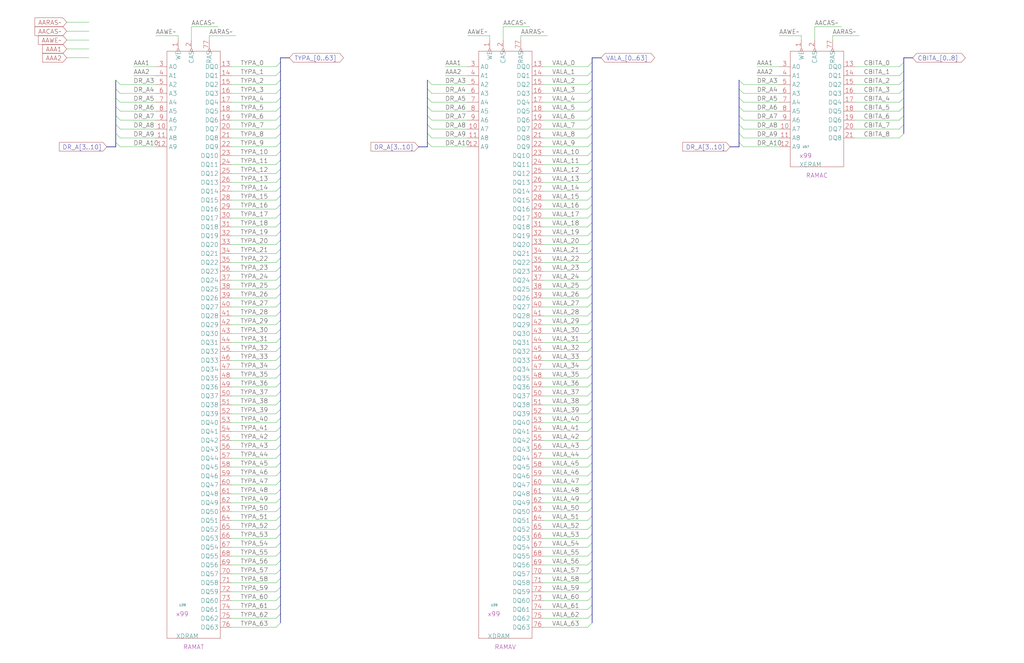
<source format=kicad_sch>
(kicad_sch (version 20221004) (generator eeschema)
  (paper "User" 584.2 378.46)
  (title_block (title "PLANEA DYNAMIC RAMS\\nTYPE BITS 0-31\\nCHECK BITS 0-2") (date "08-MAR-90") (rev "0.0") (comment 1 "MEM32 BOARD") (comment 2 "232-003066") (comment 3 "S400") (comment 4 "RELEASED"))
  (lib_symbols
    (symbol "r1000:XDRAM" (pin_names (offset 1.016))
      (property "Reference" "U" (at 2.54 5.08 0))
      (property "Value" "XDRAM" (at -1.27 -12.7 0))
      (property "Location" "___" (at -1.27 0 0))
      (property "Name" "______" (at 8.89 -20.32 0))
      (symbol "XDRAM_1_1"
        (rectangle (start -6.35 321.31) (end 24.13 -13.97))
        (circle (center 0 321.945) (radius 0.635))
        (circle (center 7.62 321.945) (radius 0.635))
        (circle (center 17.78 321.945) (radius 0.635))
        (pin input line (at 0 327.66 270) (length 5.08) (name "WE") (number "1"))
        (pin input line (at -12.7 276.86 0) (length 6.35) (name "A7") (number "10"))
        (pin input line (at -12.7 271.78 0) (length 6.35) (name "A8") (number "11"))
        (pin input line (at -12.7 266.7 0) (length 6.35) (name "A9") (number "12"))
        (pin bidirectional line (at 30.48 312.42 180) (length 6.35) (name "DQ0") (number "13"))
        (pin bidirectional line (at 30.48 307.34 180) (length 6.35) (name "DQ1") (number "14"))
        (pin bidirectional line (at 30.48 302.26 180) (length 6.35) (name "DQ2") (number "15"))
        (pin bidirectional line (at 30.48 297.18 180) (length 6.35) (name "DQ3") (number "16"))
        (pin bidirectional line (at 30.48 292.1 180) (length 6.35) (name "DQ4") (number "17"))
        (pin bidirectional line (at 30.48 287.02 180) (length 6.35) (name "DQ5") (number "18"))
        (pin bidirectional line (at 30.48 281.94 180) (length 6.35) (name "DQ6") (number "19"))
        (pin input line (at 7.62 327.66 270) (length 5.08) (name "CAS") (number "2"))
        (pin bidirectional line (at 30.48 276.86 180) (length 6.35) (name "DQ7") (number "20"))
        (pin bidirectional line (at 30.48 271.78 180) (length 6.35) (name "DQ8") (number "21"))
        (pin bidirectional line (at 30.48 266.7 180) (length 6.35) (name "DQ9") (number "22"))
        (pin bidirectional line (at 30.48 261.62 180) (length 6.35) (name "DQ10") (number "23"))
        (pin bidirectional line (at 30.48 256.54 180) (length 6.35) (name "DQ11") (number "24"))
        (pin bidirectional line (at 30.48 251.46 180) (length 6.35) (name "DQ12") (number "25"))
        (pin bidirectional line (at 30.48 246.38 180) (length 6.35) (name "DQ13") (number "26"))
        (pin bidirectional line (at 30.48 241.3 180) (length 6.35) (name "DQ14") (number "27"))
        (pin bidirectional line (at 30.48 236.22 180) (length 6.35) (name "DQ15") (number "28"))
        (pin bidirectional line (at 30.48 231.14 180) (length 6.35) (name "DQ16") (number "29"))
        (pin input line (at -12.7 312.42 0) (length 6.35) (name "A0") (number "3"))
        (pin bidirectional line (at 30.48 226.06 180) (length 6.35) (name "DQ17") (number "30"))
        (pin bidirectional line (at 30.48 220.98 180) (length 6.35) (name "DQ18") (number "31"))
        (pin bidirectional line (at 30.48 215.9 180) (length 6.35) (name "DQ19") (number "32"))
        (pin bidirectional line (at 30.48 210.82 180) (length 6.35) (name "DQ20") (number "33"))
        (pin bidirectional line (at 30.48 205.74 180) (length 6.35) (name "DQ21") (number "34"))
        (pin bidirectional line (at 30.48 200.66 180) (length 6.35) (name "DQ22") (number "35"))
        (pin bidirectional line (at 30.48 195.58 180) (length 6.35) (name "DQ23") (number "36"))
        (pin bidirectional line (at 30.48 190.5 180) (length 6.35) (name "DQ24") (number "37"))
        (pin bidirectional line (at 30.48 185.42 180) (length 6.35) (name "DQ25") (number "38"))
        (pin bidirectional line (at 30.48 180.34 180) (length 6.35) (name "DQ26") (number "39"))
        (pin input line (at -12.7 307.34 0) (length 6.35) (name "A1") (number "4"))
        (pin bidirectional line (at 30.48 175.26 180) (length 6.35) (name "DQ27") (number "40"))
        (pin bidirectional line (at 30.48 170.18 180) (length 6.35) (name "DQ28") (number "41"))
        (pin bidirectional line (at 30.48 165.1 180) (length 6.35) (name "DQ29") (number "42"))
        (pin bidirectional line (at 30.48 160.02 180) (length 6.35) (name "DQ30") (number "43"))
        (pin bidirectional line (at 30.48 154.94 180) (length 6.35) (name "DQ31") (number "44"))
        (pin bidirectional line (at 30.48 149.86 180) (length 6.35) (name "DQ32") (number "45"))
        (pin bidirectional line (at 30.48 144.78 180) (length 6.35) (name "DQ33") (number "46"))
        (pin bidirectional line (at 30.48 139.7 180) (length 6.35) (name "DQ34") (number "47"))
        (pin bidirectional line (at 30.48 134.62 180) (length 6.35) (name "DQ35") (number "48"))
        (pin bidirectional line (at 30.48 129.54 180) (length 6.35) (name "DQ36") (number "49"))
        (pin input line (at -12.7 302.26 0) (length 6.35) (name "A2") (number "5"))
        (pin bidirectional line (at 30.48 124.46 180) (length 6.35) (name "DQ37") (number "50"))
        (pin bidirectional line (at 30.48 119.38 180) (length 6.35) (name "DQ38") (number "51"))
        (pin bidirectional line (at 30.48 114.3 180) (length 6.35) (name "DQ39") (number "52"))
        (pin bidirectional line (at 30.48 109.22 180) (length 6.35) (name "DQ40") (number "53"))
        (pin bidirectional line (at 30.48 104.14 180) (length 6.35) (name "DQ41") (number "54"))
        (pin bidirectional line (at 30.48 99.06 180) (length 6.35) (name "DQ42") (number "55"))
        (pin bidirectional line (at 30.48 93.98 180) (length 6.35) (name "DQ43") (number "56"))
        (pin bidirectional line (at 30.48 88.9 180) (length 6.35) (name "DQ44") (number "57"))
        (pin bidirectional line (at 30.48 83.82 180) (length 6.35) (name "DQ45") (number "58"))
        (pin bidirectional line (at 30.48 78.74 180) (length 6.35) (name "DQ46") (number "59"))
        (pin input line (at -12.7 297.18 0) (length 6.35) (name "A3") (number "6"))
        (pin bidirectional line (at 30.48 73.66 180) (length 6.35) (name "DQ47") (number "60"))
        (pin bidirectional line (at 30.48 68.58 180) (length 6.35) (name "DQ48") (number "61"))
        (pin bidirectional line (at 30.48 63.5 180) (length 6.35) (name "DQ49") (number "62"))
        (pin bidirectional line (at 30.48 58.42 180) (length 6.35) (name "DQ50") (number "63"))
        (pin bidirectional line (at 30.48 53.34 180) (length 6.35) (name "DQ51") (number "64"))
        (pin bidirectional line (at 30.48 48.26 180) (length 6.35) (name "DQ52") (number "65"))
        (pin bidirectional line (at 30.48 43.18 180) (length 6.35) (name "DQ53") (number "66"))
        (pin bidirectional line (at 30.48 38.1 180) (length 6.35) (name "DQ54") (number "67"))
        (pin bidirectional line (at 30.48 33.02 180) (length 6.35) (name "DQ55") (number "68"))
        (pin bidirectional line (at 30.48 27.94 180) (length 6.35) (name "DQ56") (number "69"))
        (pin input line (at -12.7 292.1 0) (length 6.35) (name "A4") (number "7"))
        (pin bidirectional line (at 30.48 22.86 180) (length 6.35) (name "DQ57") (number "70"))
        (pin bidirectional line (at 30.48 17.78 180) (length 6.35) (name "DQ58") (number "71"))
        (pin bidirectional line (at 30.48 12.7 180) (length 6.35) (name "DQ59") (number "72"))
        (pin bidirectional line (at 30.48 7.62 180) (length 6.35) (name "DQ60") (number "73"))
        (pin bidirectional line (at 30.48 2.54 180) (length 6.35) (name "DQ61") (number "74"))
        (pin bidirectional line (at 30.48 -2.54 180) (length 6.35) (name "DQ62") (number "75"))
        (pin bidirectional line (at 30.48 -7.62 180) (length 6.35) (name "DQ63") (number "76"))
        (pin input line (at 17.78 327.66 270) (length 5.08) (name "RAS") (number "77"))
        (pin input line (at -12.7 287.02 0) (length 6.35) (name "A5") (number "8"))
        (pin input line (at -12.7 281.94 0) (length 6.35) (name "A6") (number "9"))
      )
    )
    (symbol "r1000:XERAM" (pin_names (offset 1.016))
      (property "Reference" "U" (at 2.54 5.08 0))
      (property "Value" "XERAM" (at -1.27 -5.08 0))
      (property "Location" "___" (at -1.27 0 0))
      (property "Name" "______" (at 8.89 -12.7 0))
      (symbol "XERAM_1_1"
        (rectangle (start -6.35 59.69) (end 24.13 -6.35))
        (circle (center 0 60.325) (radius 0.635))
        (circle (center 7.62 60.325) (radius 0.635))
        (circle (center 17.78 60.325) (radius 0.635))
        (pin input line (at 0 66.04 270) (length 5.08) (name "WE") (number "1"))
        (pin input line (at -12.7 15.24 0) (length 6.35) (name "A7") (number "10"))
        (pin input line (at -12.7 10.16 0) (length 6.35) (name "A8") (number "11"))
        (pin input line (at -12.7 5.08 0) (length 6.35) (name "A9") (number "12"))
        (pin bidirectional line (at 30.48 50.8 180) (length 6.35) (name "DQ0") (number "13"))
        (pin bidirectional line (at 30.48 45.72 180) (length 6.35) (name "DQ1") (number "14"))
        (pin bidirectional line (at 30.48 40.64 180) (length 6.35) (name "DQ2") (number "15"))
        (pin bidirectional line (at 30.48 35.56 180) (length 6.35) (name "DQ3") (number "16"))
        (pin bidirectional line (at 30.48 30.48 180) (length 6.35) (name "DQ4") (number "17"))
        (pin bidirectional line (at 30.48 25.4 180) (length 6.35) (name "DQ5") (number "18"))
        (pin bidirectional line (at 30.48 20.32 180) (length 6.35) (name "DQ6") (number "19"))
        (pin input line (at 7.62 66.04 270) (length 5.08) (name "CAS") (number "2"))
        (pin bidirectional line (at 30.48 15.24 180) (length 6.35) (name "DQ7") (number "20"))
        (pin bidirectional line (at 30.48 10.16 180) (length 6.35) (name "DQ8") (number "21"))
        (pin input line (at -12.7 50.8 0) (length 6.35) (name "A0") (number "3"))
        (pin input line (at -12.7 45.72 0) (length 6.35) (name "A1") (number "4"))
        (pin input line (at -12.7 40.64 0) (length 6.35) (name "A2") (number "5"))
        (pin input line (at -12.7 35.56 0) (length 6.35) (name "A3") (number "6"))
        (pin input line (at -12.7 30.48 0) (length 6.35) (name "A4") (number "7"))
        (pin input line (at 17.78 66.04 270) (length 5.08) (name "RAS") (number "77"))
        (pin input line (at -12.7 25.4 0) (length 6.35) (name "A5") (number "8"))
        (pin input line (at -12.7 20.32 0) (length 6.35) (name "A6") (number "9"))
      )
    )
  )
  (bus_entry (at 337.82 137.16) (size -2.54 2.54))
  (bus_entry (at 160.02 127) (size -2.54 2.54))
  (bus_entry (at 337.82 304.8) (size -2.54 2.54))
  (bus_entry (at 337.82 284.48) (size -2.54 2.54))
  (bus_entry (at 337.82 177.8) (size -2.54 2.54))
  (bus_entry (at 160.02 45.72) (size -2.54 2.54))
  (bus_entry (at 160.02 193.04) (size -2.54 2.54))
  (bus_entry (at 160.02 325.12) (size -2.54 2.54))
  (bus_entry (at 337.82 218.44) (size -2.54 2.54))
  (bus_entry (at 243.84 71.12) (size 2.54 2.54))
  (bus_entry (at 243.84 50.8) (size 2.54 2.54))
  (bus_entry (at 160.02 228.6) (size -2.54 2.54))
  (bus_entry (at 160.02 289.56) (size -2.54 2.54))
  (bus_entry (at 160.02 299.72) (size -2.54 2.54))
  (bus_entry (at 337.82 223.52) (size -2.54 2.54))
  (bus_entry (at 160.02 294.64) (size -2.54 2.54))
  (bus_entry (at 337.82 198.12) (size -2.54 2.54))
  (bus_entry (at 160.02 60.96) (size -2.54 2.54))
  (bus_entry (at 337.82 157.48) (size -2.54 2.54))
  (bus_entry (at 337.82 320.04) (size -2.54 2.54))
  (bus_entry (at 337.82 340.36) (size -2.54 2.54))
  (bus_entry (at 337.82 142.24) (size -2.54 2.54))
  (bus_entry (at 337.82 71.12) (size -2.54 2.54))
  (bus_entry (at 337.82 193.04) (size -2.54 2.54))
  (bus_entry (at 337.82 314.96) (size -2.54 2.54))
  (bus_entry (at 337.82 187.96) (size -2.54 2.54))
  (bus_entry (at 337.82 86.36) (size -2.54 2.54))
  (bus_entry (at 160.02 182.88) (size -2.54 2.54))
  (bus_entry (at 421.64 50.8) (size 2.54 2.54))
  (bus_entry (at 160.02 355.6) (size -2.54 2.54))
  (bus_entry (at 337.82 248.92) (size -2.54 2.54))
  (bus_entry (at 515.62 66.04) (size -2.54 2.54))
  (bus_entry (at 160.02 96.52) (size -2.54 2.54))
  (bus_entry (at 160.02 152.4) (size -2.54 2.54))
  (bus_entry (at 160.02 233.68) (size -2.54 2.54))
  (bus_entry (at 337.82 203.2) (size -2.54 2.54))
  (bus_entry (at 337.82 116.84) (size -2.54 2.54))
  (bus_entry (at 66.04 81.28) (size 2.54 2.54))
  (bus_entry (at 160.02 71.12) (size -2.54 2.54))
  (bus_entry (at 337.82 269.24) (size -2.54 2.54))
  (bus_entry (at 337.82 55.88) (size -2.54 2.54))
  (bus_entry (at 421.64 66.04) (size 2.54 2.54))
  (bus_entry (at 160.02 40.64) (size -2.54 2.54))
  (bus_entry (at 160.02 279.4) (size -2.54 2.54))
  (bus_entry (at 160.02 284.48) (size -2.54 2.54))
  (bus_entry (at 160.02 350.52) (size -2.54 2.54))
  (bus_entry (at 337.82 45.72) (size -2.54 2.54))
  (bus_entry (at 337.82 274.32) (size -2.54 2.54))
  (bus_entry (at 421.64 71.12) (size 2.54 2.54))
  (bus_entry (at 337.82 66.04) (size -2.54 2.54))
  (bus_entry (at 160.02 335.28) (size -2.54 2.54))
  (bus_entry (at 337.82 279.4) (size -2.54 2.54))
  (bus_entry (at 337.82 101.6) (size -2.54 2.54))
  (bus_entry (at 160.02 55.88) (size -2.54 2.54))
  (bus_entry (at 160.02 111.76) (size -2.54 2.54))
  (bus_entry (at 160.02 309.88) (size -2.54 2.54))
  (bus_entry (at 515.62 50.8) (size -2.54 2.54))
  (bus_entry (at 160.02 132.08) (size -2.54 2.54))
  (bus_entry (at 160.02 238.76) (size -2.54 2.54))
  (bus_entry (at 421.64 45.72) (size 2.54 2.54))
  (bus_entry (at 160.02 162.56) (size -2.54 2.54))
  (bus_entry (at 337.82 96.52) (size -2.54 2.54))
  (bus_entry (at 160.02 203.2) (size -2.54 2.54))
  (bus_entry (at 515.62 45.72) (size -2.54 2.54))
  (bus_entry (at 243.84 55.88) (size 2.54 2.54))
  (bus_entry (at 337.82 335.28) (size -2.54 2.54))
  (bus_entry (at 160.02 116.84) (size -2.54 2.54))
  (bus_entry (at 337.82 76.2) (size -2.54 2.54))
  (bus_entry (at 337.82 208.28) (size -2.54 2.54))
  (bus_entry (at 243.84 76.2) (size 2.54 2.54))
  (bus_entry (at 337.82 264.16) (size -2.54 2.54))
  (bus_entry (at 160.02 91.44) (size -2.54 2.54))
  (bus_entry (at 160.02 264.16) (size -2.54 2.54))
  (bus_entry (at 160.02 172.72) (size -2.54 2.54))
  (bus_entry (at 160.02 213.36) (size -2.54 2.54))
  (bus_entry (at 160.02 157.48) (size -2.54 2.54))
  (bus_entry (at 337.82 238.76) (size -2.54 2.54))
  (bus_entry (at 160.02 177.8) (size -2.54 2.54))
  (bus_entry (at 337.82 60.96) (size -2.54 2.54))
  (bus_entry (at 66.04 60.96) (size 2.54 2.54))
  (bus_entry (at 66.04 71.12) (size 2.54 2.54))
  (bus_entry (at 160.02 259.08) (size -2.54 2.54))
  (bus_entry (at 337.82 132.08) (size -2.54 2.54))
  (bus_entry (at 337.82 254) (size -2.54 2.54))
  (bus_entry (at 160.02 81.28) (size -2.54 2.54))
  (bus_entry (at 337.82 172.72) (size -2.54 2.54))
  (bus_entry (at 515.62 55.88) (size -2.54 2.54))
  (bus_entry (at 337.82 167.64) (size -2.54 2.54))
  (bus_entry (at 421.64 81.28) (size 2.54 2.54))
  (bus_entry (at 337.82 106.68) (size -2.54 2.54))
  (bus_entry (at 160.02 101.6) (size -2.54 2.54))
  (bus_entry (at 160.02 86.36) (size -2.54 2.54))
  (bus_entry (at 160.02 167.64) (size -2.54 2.54))
  (bus_entry (at 66.04 50.8) (size 2.54 2.54))
  (bus_entry (at 337.82 152.4) (size -2.54 2.54))
  (bus_entry (at 337.82 35.56) (size -2.54 2.54))
  (bus_entry (at 337.82 213.36) (size -2.54 2.54))
  (bus_entry (at 66.04 45.72) (size 2.54 2.54))
  (bus_entry (at 160.02 345.44) (size -2.54 2.54))
  (bus_entry (at 337.82 243.84) (size -2.54 2.54))
  (bus_entry (at 421.64 76.2) (size 2.54 2.54))
  (bus_entry (at 421.64 60.96) (size 2.54 2.54))
  (bus_entry (at 160.02 218.44) (size -2.54 2.54))
  (bus_entry (at 160.02 66.04) (size -2.54 2.54))
  (bus_entry (at 160.02 137.16) (size -2.54 2.54))
  (bus_entry (at 337.82 127) (size -2.54 2.54))
  (bus_entry (at 243.84 66.04) (size 2.54 2.54))
  (bus_entry (at 66.04 66.04) (size 2.54 2.54))
  (bus_entry (at 160.02 340.36) (size -2.54 2.54))
  (bus_entry (at 337.82 147.32) (size -2.54 2.54))
  (bus_entry (at 243.84 60.96) (size 2.54 2.54))
  (bus_entry (at 243.84 81.28) (size 2.54 2.54))
  (bus_entry (at 515.62 60.96) (size -2.54 2.54))
  (bus_entry (at 337.82 162.56) (size -2.54 2.54))
  (bus_entry (at 337.82 355.6) (size -2.54 2.54))
  (bus_entry (at 160.02 223.52) (size -2.54 2.54))
  (bus_entry (at 160.02 248.92) (size -2.54 2.54))
  (bus_entry (at 337.82 345.44) (size -2.54 2.54))
  (bus_entry (at 337.82 111.76) (size -2.54 2.54))
  (bus_entry (at 160.02 330.2) (size -2.54 2.54))
  (bus_entry (at 160.02 187.96) (size -2.54 2.54))
  (bus_entry (at 160.02 314.96) (size -2.54 2.54))
  (bus_entry (at 337.82 233.68) (size -2.54 2.54))
  (bus_entry (at 160.02 35.56) (size -2.54 2.54))
  (bus_entry (at 160.02 269.24) (size -2.54 2.54))
  (bus_entry (at 337.82 299.72) (size -2.54 2.54))
  (bus_entry (at 337.82 91.44) (size -2.54 2.54))
  (bus_entry (at 160.02 304.8) (size -2.54 2.54))
  (bus_entry (at 160.02 243.84) (size -2.54 2.54))
  (bus_entry (at 337.82 228.6) (size -2.54 2.54))
  (bus_entry (at 515.62 76.2) (size -2.54 2.54))
  (bus_entry (at 160.02 142.24) (size -2.54 2.54))
  (bus_entry (at 515.62 35.56) (size -2.54 2.54))
  (bus_entry (at 337.82 40.64) (size -2.54 2.54))
  (bus_entry (at 160.02 198.12) (size -2.54 2.54))
  (bus_entry (at 421.64 55.88) (size 2.54 2.54))
  (bus_entry (at 66.04 76.2) (size 2.54 2.54))
  (bus_entry (at 515.62 40.64) (size -2.54 2.54))
  (bus_entry (at 515.62 71.12) (size -2.54 2.54))
  (bus_entry (at 337.82 182.88) (size -2.54 2.54))
  (bus_entry (at 160.02 106.68) (size -2.54 2.54))
  (bus_entry (at 160.02 254) (size -2.54 2.54))
  (bus_entry (at 160.02 147.32) (size -2.54 2.54))
  (bus_entry (at 160.02 208.28) (size -2.54 2.54))
  (bus_entry (at 160.02 320.04) (size -2.54 2.54))
  (bus_entry (at 337.82 289.56) (size -2.54 2.54))
  (bus_entry (at 160.02 50.8) (size -2.54 2.54))
  (bus_entry (at 160.02 76.2) (size -2.54 2.54))
  (bus_entry (at 337.82 309.88) (size -2.54 2.54))
  (bus_entry (at 337.82 294.64) (size -2.54 2.54))
  (bus_entry (at 337.82 330.2) (size -2.54 2.54))
  (bus_entry (at 337.82 50.8) (size -2.54 2.54))
  (bus_entry (at 337.82 259.08) (size -2.54 2.54))
  (bus_entry (at 337.82 325.12) (size -2.54 2.54))
  (bus_entry (at 337.82 121.92) (size -2.54 2.54))
  (bus_entry (at 337.82 81.28) (size -2.54 2.54))
  (bus_entry (at 337.82 350.52) (size -2.54 2.54))
  (bus_entry (at 160.02 274.32) (size -2.54 2.54))
  (bus_entry (at 243.84 45.72) (size 2.54 2.54))
  (bus_entry (at 160.02 121.92) (size -2.54 2.54))
  (bus_entry (at 66.04 55.88) (size 2.54 2.54))
  (wire (pts (xy 309.88 88.9) (xy 335.28 88.9)))
  (wire (pts (xy 132.08 215.9) (xy 157.48 215.9)))
  (wire (pts (xy 132.08 327.66) (xy 157.48 327.66)))
  (wire (pts (xy 246.38 68.58) (xy 266.7 68.58)))
  (bus (pts (xy 160.02 304.8) (xy 160.02 309.88)))
  (bus (pts (xy 243.84 45.72) (xy 243.84 50.8)))
  (wire (pts (xy 309.88 302.26) (xy 335.28 302.26)))
  (wire (pts (xy 132.08 210.82) (xy 157.48 210.82)))
  (wire (pts (xy 309.88 205.74) (xy 335.28 205.74)))
  (bus (pts (xy 337.82 264.16) (xy 337.82 269.24)))
  (wire (pts (xy 309.88 297.18) (xy 335.28 297.18)))
  (bus (pts (xy 160.02 289.56) (xy 160.02 294.64)))
  (wire (pts (xy 132.08 43.18) (xy 157.48 43.18)))
  (wire (pts (xy 424.18 58.42) (xy 444.5 58.42)))
  (wire (pts (xy 309.88 332.74) (xy 335.28 332.74)))
  (wire (pts (xy 309.88 353.06) (xy 335.28 353.06)))
  (bus (pts (xy 337.82 223.52) (xy 337.82 228.6)))
  (wire (pts (xy 309.88 154.94) (xy 335.28 154.94)))
  (bus (pts (xy 160.02 264.16) (xy 160.02 269.24)))
  (wire (pts (xy 38.1 22.86) (xy 50.8 22.86)))
  (wire (pts (xy 132.08 165.1) (xy 157.48 165.1)))
  (bus (pts (xy 160.02 228.6) (xy 160.02 233.68)))
  (bus (pts (xy 66.04 76.2) (xy 66.04 81.28)))
  (wire (pts (xy 132.08 53.34) (xy 157.48 53.34)))
  (wire (pts (xy 132.08 185.42) (xy 157.48 185.42)))
  (wire (pts (xy 132.08 124.46) (xy 157.48 124.46)))
  (bus (pts (xy 160.02 76.2) (xy 160.02 81.28)))
  (wire (pts (xy 132.08 99.06) (xy 157.48 99.06)))
  (wire (pts (xy 487.68 43.18) (xy 513.08 43.18)))
  (wire (pts (xy 132.08 160.02) (xy 157.48 160.02)))
  (wire (pts (xy 487.68 63.5) (xy 513.08 63.5)))
  (bus (pts (xy 337.82 259.08) (xy 337.82 264.16)))
  (bus (pts (xy 337.82 157.48) (xy 337.82 162.56)))
  (wire (pts (xy 68.58 58.42) (xy 88.9 58.42)))
  (bus (pts (xy 160.02 299.72) (xy 160.02 304.8)))
  (bus (pts (xy 243.84 71.12) (xy 243.84 76.2)))
  (wire (pts (xy 309.88 215.9) (xy 335.28 215.9)))
  (bus (pts (xy 337.82 33.02) (xy 337.82 35.56)))
  (wire (pts (xy 309.88 337.82) (xy 335.28 337.82)))
  (wire (pts (xy 132.08 58.42) (xy 157.48 58.42)))
  (bus (pts (xy 160.02 45.72) (xy 160.02 50.8)))
  (bus (pts (xy 160.02 238.76) (xy 160.02 243.84)))
  (bus (pts (xy 337.82 279.4) (xy 337.82 284.48)))
  (bus (pts (xy 160.02 147.32) (xy 160.02 152.4)))
  (bus (pts (xy 66.04 45.72) (xy 66.04 50.8)))
  (wire (pts (xy 309.88 99.06) (xy 335.28 99.06)))
  (wire (pts (xy 132.08 83.82) (xy 157.48 83.82)))
  (bus (pts (xy 337.82 55.88) (xy 337.82 60.96)))
  (bus (pts (xy 160.02 335.28) (xy 160.02 340.36)))
  (wire (pts (xy 132.08 220.98) (xy 157.48 220.98)))
  (wire (pts (xy 132.08 38.1) (xy 157.48 38.1)))
  (bus (pts (xy 337.82 289.56) (xy 337.82 294.64)))
  (bus (pts (xy 160.02 248.92) (xy 160.02 254)))
  (wire (pts (xy 480.06 15.24) (xy 464.82 15.24)))
  (wire (pts (xy 309.88 144.78) (xy 335.28 144.78)))
  (wire (pts (xy 309.88 266.7) (xy 335.28 266.7)))
  (bus (pts (xy 66.04 83.82) (xy 66.04 81.28)))
  (wire (pts (xy 309.88 358.14) (xy 335.28 358.14)))
  (wire (pts (xy 132.08 287.02) (xy 157.48 287.02)))
  (wire (pts (xy 38.1 33.02) (xy 50.8 33.02)))
  (wire (pts (xy 132.08 322.58) (xy 157.48 322.58)))
  (wire (pts (xy 132.08 292.1) (xy 157.48 292.1)))
  (wire (pts (xy 431.8 43.18) (xy 444.5 43.18)))
  (wire (pts (xy 309.88 226.06) (xy 335.28 226.06)))
  (wire (pts (xy 309.88 160.02) (xy 335.28 160.02)))
  (wire (pts (xy 68.58 78.74) (xy 88.9 78.74)))
  (bus (pts (xy 515.62 40.64) (xy 515.62 45.72)))
  (bus (pts (xy 160.02 132.08) (xy 160.02 137.16)))
  (wire (pts (xy 132.08 154.94) (xy 157.48 154.94)))
  (wire (pts (xy 309.88 327.66) (xy 335.28 327.66)))
  (bus (pts (xy 160.02 142.24) (xy 160.02 147.32)))
  (wire (pts (xy 132.08 170.18) (xy 157.48 170.18)))
  (wire (pts (xy 132.08 205.74) (xy 157.48 205.74)))
  (bus (pts (xy 337.82 345.44) (xy 337.82 350.52)))
  (bus (pts (xy 160.02 294.64) (xy 160.02 299.72)))
  (wire (pts (xy 132.08 256.54) (xy 157.48 256.54)))
  (wire (pts (xy 309.88 271.78) (xy 335.28 271.78)))
  (wire (pts (xy 132.08 312.42) (xy 157.48 312.42)))
  (wire (pts (xy 309.88 114.3) (xy 335.28 114.3)))
  (bus (pts (xy 66.04 60.96) (xy 66.04 66.04)))
  (wire (pts (xy 309.88 63.5) (xy 335.28 63.5)))
  (wire (pts (xy 312.42 20.32) (xy 297.18 20.32)))
  (bus (pts (xy 337.82 66.04) (xy 337.82 71.12)))
  (bus (pts (xy 160.02 137.16) (xy 160.02 142.24)))
  (bus (pts (xy 160.02 269.24) (xy 160.02 274.32)))
  (wire (pts (xy 132.08 231.14) (xy 157.48 231.14)))
  (bus (pts (xy 160.02 177.8) (xy 160.02 182.88)))
  (bus (pts (xy 160.02 314.96) (xy 160.02 320.04)))
  (wire (pts (xy 132.08 200.66) (xy 157.48 200.66)))
  (bus (pts (xy 160.02 213.36) (xy 160.02 218.44)))
  (wire (pts (xy 132.08 276.86) (xy 157.48 276.86)))
  (wire (pts (xy 297.18 20.32) (xy 297.18 22.86)))
  (bus (pts (xy 337.82 121.92) (xy 337.82 127)))
  (bus (pts (xy 160.02 345.44) (xy 160.02 350.52)))
  (wire (pts (xy 132.08 332.74) (xy 157.48 332.74)))
  (bus (pts (xy 66.04 71.12) (xy 66.04 76.2)))
  (wire (pts (xy 132.08 73.66) (xy 157.48 73.66)))
  (bus (pts (xy 337.82 284.48) (xy 337.82 289.56)))
  (wire (pts (xy 279.4 20.32) (xy 279.4 22.86)))
  (wire (pts (xy 132.08 119.38) (xy 157.48 119.38)))
  (wire (pts (xy 302.26 15.24) (xy 287.02 15.24)))
  (wire (pts (xy 76.2 43.18) (xy 88.9 43.18)))
  (wire (pts (xy 309.88 134.62) (xy 335.28 134.62)))
  (bus (pts (xy 337.82 96.52) (xy 337.82 101.6)))
  (wire (pts (xy 309.88 281.94) (xy 335.28 281.94)))
  (bus (pts (xy 337.82 335.28) (xy 337.82 340.36)))
  (wire (pts (xy 309.88 307.34) (xy 335.28 307.34)))
  (wire (pts (xy 132.08 175.26) (xy 157.48 175.26)))
  (wire (pts (xy 68.58 63.5) (xy 88.9 63.5)))
  (bus (pts (xy 160.02 91.44) (xy 160.02 96.52)))
  (bus (pts (xy 160.02 330.2) (xy 160.02 335.28)))
  (wire (pts (xy 309.88 261.62) (xy 335.28 261.62)))
  (bus (pts (xy 160.02 101.6) (xy 160.02 106.68)))
  (bus (pts (xy 337.82 350.52) (xy 337.82 355.6)))
  (bus (pts (xy 165.1 33.02) (xy 160.02 33.02)))
  (bus (pts (xy 160.02 66.04) (xy 160.02 71.12)))
  (wire (pts (xy 444.5 20.32) (xy 457.2 20.32)))
  (wire (pts (xy 132.08 144.78) (xy 157.48 144.78)))
  (wire (pts (xy 246.38 63.5) (xy 266.7 63.5)))
  (wire (pts (xy 309.88 165.1) (xy 335.28 165.1)))
  (bus (pts (xy 243.84 66.04) (xy 243.84 71.12)))
  (bus (pts (xy 337.82 91.44) (xy 337.82 96.52)))
  (bus (pts (xy 66.04 55.88) (xy 66.04 60.96)))
  (bus (pts (xy 337.82 330.2) (xy 337.82 335.28)))
  (wire (pts (xy 487.68 48.26) (xy 513.08 48.26)))
  (bus (pts (xy 160.02 350.52) (xy 160.02 355.6)))
  (bus (pts (xy 337.82 127) (xy 337.82 132.08)))
  (bus (pts (xy 66.04 50.8) (xy 66.04 55.88)))
  (bus (pts (xy 160.02 259.08) (xy 160.02 264.16)))
  (wire (pts (xy 132.08 236.22) (xy 157.48 236.22)))
  (bus (pts (xy 337.82 248.92) (xy 337.82 254)))
  (wire (pts (xy 309.88 48.26) (xy 335.28 48.26)))
  (bus (pts (xy 337.82 309.88) (xy 337.82 314.96)))
  (bus (pts (xy 337.82 167.64) (xy 337.82 172.72)))
  (bus (pts (xy 160.02 182.88) (xy 160.02 187.96)))
  (wire (pts (xy 246.38 53.34) (xy 266.7 53.34)))
  (bus (pts (xy 515.62 50.8) (xy 515.62 55.88)))
  (bus (pts (xy 337.82 187.96) (xy 337.82 193.04)))
  (bus (pts (xy 160.02 116.84) (xy 160.02 121.92)))
  (bus (pts (xy 160.02 279.4) (xy 160.02 284.48)))
  (bus (pts (xy 337.82 50.8) (xy 337.82 55.88)))
  (wire (pts (xy 132.08 281.94) (xy 157.48 281.94)))
  (bus (pts (xy 337.82 152.4) (xy 337.82 157.48)))
  (wire (pts (xy 309.88 292.1) (xy 335.28 292.1)))
  (bus (pts (xy 160.02 203.2) (xy 160.02 208.28)))
  (wire (pts (xy 309.88 195.58) (xy 335.28 195.58)))
  (bus (pts (xy 337.82 40.64) (xy 337.82 45.72)))
  (wire (pts (xy 309.88 231.14) (xy 335.28 231.14)))
  (wire (pts (xy 487.68 58.42) (xy 513.08 58.42)))
  (wire (pts (xy 132.08 180.34) (xy 157.48 180.34)))
  (wire (pts (xy 132.08 317.5) (xy 157.48 317.5)))
  (bus (pts (xy 337.82 137.16) (xy 337.82 142.24)))
  (wire (pts (xy 309.88 43.18) (xy 335.28 43.18)))
  (wire (pts (xy 132.08 342.9) (xy 157.48 342.9)))
  (bus (pts (xy 160.02 233.68) (xy 160.02 238.76)))
  (bus (pts (xy 337.82 45.72) (xy 337.82 50.8)))
  (bus (pts (xy 160.02 35.56) (xy 160.02 40.64)))
  (bus (pts (xy 160.02 208.28) (xy 160.02 213.36)))
  (wire (pts (xy 287.02 15.24) (xy 287.02 22.86)))
  (wire (pts (xy 424.18 48.26) (xy 444.5 48.26)))
  (wire (pts (xy 254 43.18) (xy 266.7 43.18)))
  (bus (pts (xy 160.02 111.76) (xy 160.02 116.84)))
  (bus (pts (xy 160.02 167.64) (xy 160.02 172.72)))
  (wire (pts (xy 88.9 20.32) (xy 101.6 20.32)))
  (wire (pts (xy 487.68 68.58) (xy 513.08 68.58)))
  (bus (pts (xy 243.84 55.88) (xy 243.84 60.96)))
  (bus (pts (xy 515.62 35.56) (xy 515.62 40.64)))
  (wire (pts (xy 464.82 15.24) (xy 464.82 22.86)))
  (bus (pts (xy 160.02 86.36) (xy 160.02 91.44)))
  (bus (pts (xy 421.64 55.88) (xy 421.64 60.96)))
  (wire (pts (xy 309.88 276.86) (xy 335.28 276.86)))
  (wire (pts (xy 490.22 20.32) (xy 474.98 20.32)))
  (wire (pts (xy 76.2 38.1) (xy 88.9 38.1)))
  (bus (pts (xy 160.02 340.36) (xy 160.02 345.44)))
  (bus (pts (xy 160.02 33.02) (xy 160.02 35.56)))
  (bus (pts (xy 337.82 340.36) (xy 337.82 345.44)))
  (wire (pts (xy 487.68 73.66) (xy 513.08 73.66)))
  (bus (pts (xy 60.96 83.82) (xy 66.04 83.82)))
  (wire (pts (xy 132.08 149.86) (xy 157.48 149.86)))
  (bus (pts (xy 421.64 71.12) (xy 421.64 76.2)))
  (wire (pts (xy 424.18 78.74) (xy 444.5 78.74)))
  (wire (pts (xy 309.88 342.9) (xy 335.28 342.9)))
  (wire (pts (xy 309.88 175.26) (xy 335.28 175.26)))
  (wire (pts (xy 132.08 109.22) (xy 157.48 109.22)))
  (wire (pts (xy 132.08 195.58) (xy 157.48 195.58)))
  (wire (pts (xy 424.18 73.66) (xy 444.5 73.66)))
  (wire (pts (xy 309.88 200.66) (xy 335.28 200.66)))
  (wire (pts (xy 474.98 20.32) (xy 474.98 22.86)))
  (bus (pts (xy 337.82 243.84) (xy 337.82 248.92)))
  (wire (pts (xy 132.08 241.3) (xy 157.48 241.3)))
  (wire (pts (xy 132.08 246.38) (xy 157.48 246.38)))
  (bus (pts (xy 160.02 40.64) (xy 160.02 45.72)))
  (wire (pts (xy 109.22 15.24) (xy 109.22 22.86)))
  (wire (pts (xy 309.88 38.1) (xy 335.28 38.1)))
  (bus (pts (xy 243.84 50.8) (xy 243.84 55.88)))
  (wire (pts (xy 132.08 347.98) (xy 157.48 347.98)))
  (bus (pts (xy 160.02 274.32) (xy 160.02 279.4)))
  (bus (pts (xy 337.82 213.36) (xy 337.82 218.44)))
  (wire (pts (xy 309.88 109.22) (xy 335.28 109.22)))
  (bus (pts (xy 160.02 152.4) (xy 160.02 157.48)))
  (bus (pts (xy 337.82 325.12) (xy 337.82 330.2)))
  (bus (pts (xy 160.02 309.88) (xy 160.02 314.96)))
  (bus (pts (xy 160.02 157.48) (xy 160.02 162.56)))
  (bus (pts (xy 337.82 182.88) (xy 337.82 187.96)))
  (wire (pts (xy 132.08 78.74) (xy 157.48 78.74)))
  (wire (pts (xy 246.38 58.42) (xy 266.7 58.42)))
  (wire (pts (xy 246.38 73.66) (xy 266.7 73.66)))
  (wire (pts (xy 309.88 246.38) (xy 335.28 246.38)))
  (wire (pts (xy 309.88 170.18) (xy 335.28 170.18)))
  (wire (pts (xy 132.08 190.5) (xy 157.48 190.5)))
  (bus (pts (xy 337.82 203.2) (xy 337.82 208.28)))
  (wire (pts (xy 309.88 322.58) (xy 335.28 322.58)))
  (wire (pts (xy 309.88 124.46) (xy 335.28 124.46)))
  (wire (pts (xy 68.58 68.58) (xy 88.9 68.58)))
  (bus (pts (xy 421.64 66.04) (xy 421.64 71.12)))
  (bus (pts (xy 342.9 33.02) (xy 337.82 33.02)))
  (wire (pts (xy 132.08 104.14) (xy 157.48 104.14)))
  (bus (pts (xy 160.02 50.8) (xy 160.02 55.88)))
  (wire (pts (xy 68.58 73.66) (xy 88.9 73.66)))
  (bus (pts (xy 160.02 162.56) (xy 160.02 167.64)))
  (bus (pts (xy 421.64 76.2) (xy 421.64 81.28)))
  (wire (pts (xy 309.88 180.34) (xy 335.28 180.34)))
  (bus (pts (xy 160.02 127) (xy 160.02 132.08)))
  (bus (pts (xy 160.02 121.92) (xy 160.02 127)))
  (wire (pts (xy 309.88 210.82) (xy 335.28 210.82)))
  (bus (pts (xy 337.82 172.72) (xy 337.82 177.8)))
  (wire (pts (xy 309.88 73.66) (xy 335.28 73.66)))
  (wire (pts (xy 246.38 48.26) (xy 266.7 48.26)))
  (wire (pts (xy 246.38 83.82) (xy 266.7 83.82)))
  (wire (pts (xy 431.8 38.1) (xy 444.5 38.1)))
  (wire (pts (xy 132.08 139.7) (xy 157.48 139.7)))
  (bus (pts (xy 421.64 83.82) (xy 421.64 81.28)))
  (bus (pts (xy 337.82 238.76) (xy 337.82 243.84)))
  (bus (pts (xy 515.62 60.96) (xy 515.62 66.04)))
  (wire (pts (xy 119.38 20.32) (xy 119.38 22.86)))
  (bus (pts (xy 66.04 66.04) (xy 66.04 71.12)))
  (bus (pts (xy 337.82 218.44) (xy 337.82 223.52)))
  (bus (pts (xy 337.82 208.28) (xy 337.82 213.36)))
  (bus (pts (xy 160.02 320.04) (xy 160.02 325.12)))
  (bus (pts (xy 243.84 76.2) (xy 243.84 81.28)))
  (bus (pts (xy 337.82 76.2) (xy 337.82 81.28)))
  (wire (pts (xy 254 38.1) (xy 266.7 38.1)))
  (wire (pts (xy 132.08 63.5) (xy 157.48 63.5)))
  (bus (pts (xy 515.62 45.72) (xy 515.62 50.8)))
  (wire (pts (xy 124.46 15.24) (xy 109.22 15.24)))
  (bus (pts (xy 337.82 193.04) (xy 337.82 198.12)))
  (wire (pts (xy 38.1 27.94) (xy 50.8 27.94)))
  (bus (pts (xy 337.82 274.32) (xy 337.82 279.4)))
  (bus (pts (xy 337.82 111.76) (xy 337.82 116.84)))
  (bus (pts (xy 515.62 55.88) (xy 515.62 60.96)))
  (bus (pts (xy 337.82 254) (xy 337.82 259.08)))
  (wire (pts (xy 68.58 83.82) (xy 88.9 83.82)))
  (bus (pts (xy 520.7 33.02) (xy 515.62 33.02)))
  (wire (pts (xy 38.1 17.78) (xy 50.8 17.78)))
  (wire (pts (xy 132.08 297.18) (xy 157.48 297.18)))
  (wire (pts (xy 487.68 53.34) (xy 513.08 53.34)))
  (bus (pts (xy 515.62 71.12) (xy 515.62 76.2)))
  (bus (pts (xy 160.02 81.28) (xy 160.02 86.36)))
  (bus (pts (xy 337.82 81.28) (xy 337.82 86.36)))
  (wire (pts (xy 132.08 93.98) (xy 157.48 93.98)))
  (wire (pts (xy 246.38 78.74) (xy 266.7 78.74)))
  (wire (pts (xy 68.58 48.26) (xy 88.9 48.26)))
  (bus (pts (xy 337.82 86.36) (xy 337.82 91.44)))
  (bus (pts (xy 515.62 66.04) (xy 515.62 71.12)))
  (wire (pts (xy 309.88 119.38) (xy 335.28 119.38)))
  (wire (pts (xy 68.58 53.34) (xy 88.9 53.34)))
  (bus (pts (xy 337.82 233.68) (xy 337.82 238.76)))
  (wire (pts (xy 487.68 78.74) (xy 513.08 78.74)))
  (wire (pts (xy 424.18 53.34) (xy 444.5 53.34)))
  (bus (pts (xy 160.02 325.12) (xy 160.02 330.2)))
  (bus (pts (xy 337.82 294.64) (xy 337.82 299.72)))
  (wire (pts (xy 309.88 190.5) (xy 335.28 190.5)))
  (bus (pts (xy 337.82 101.6) (xy 337.82 106.68)))
  (wire (pts (xy 134.62 20.32) (xy 119.38 20.32)))
  (bus (pts (xy 421.64 60.96) (xy 421.64 66.04)))
  (bus (pts (xy 515.62 33.02) (xy 515.62 35.56)))
  (bus (pts (xy 337.82 314.96) (xy 337.82 320.04)))
  (bus (pts (xy 337.82 299.72) (xy 337.82 304.8)))
  (wire (pts (xy 309.88 58.42) (xy 335.28 58.42)))
  (wire (pts (xy 309.88 53.34) (xy 335.28 53.34)))
  (bus (pts (xy 421.64 45.72) (xy 421.64 50.8)))
  (wire (pts (xy 309.88 129.54) (xy 335.28 129.54)))
  (wire (pts (xy 132.08 307.34) (xy 157.48 307.34)))
  (wire (pts (xy 309.88 93.98) (xy 335.28 93.98)))
  (wire (pts (xy 266.7 20.32) (xy 279.4 20.32)))
  (wire (pts (xy 309.88 104.14) (xy 335.28 104.14)))
  (wire (pts (xy 424.18 68.58) (xy 444.5 68.58)))
  (wire (pts (xy 132.08 88.9) (xy 157.48 88.9)))
  (wire (pts (xy 309.88 241.3) (xy 335.28 241.3)))
  (wire (pts (xy 457.2 20.32) (xy 457.2 22.86)))
  (wire (pts (xy 309.88 256.54) (xy 335.28 256.54)))
  (bus (pts (xy 160.02 106.68) (xy 160.02 111.76)))
  (bus (pts (xy 337.82 132.08) (xy 337.82 137.16)))
  (bus (pts (xy 238.76 83.82) (xy 243.84 83.82)))
  (bus (pts (xy 160.02 71.12) (xy 160.02 76.2)))
  (wire (pts (xy 132.08 271.78) (xy 157.48 271.78)))
  (wire (pts (xy 424.18 63.5) (xy 444.5 63.5)))
  (bus (pts (xy 160.02 243.84) (xy 160.02 248.92)))
  (wire (pts (xy 309.88 185.42) (xy 335.28 185.42)))
  (wire (pts (xy 309.88 347.98) (xy 335.28 347.98)))
  (wire (pts (xy 132.08 68.58) (xy 157.48 68.58)))
  (bus (pts (xy 243.84 60.96) (xy 243.84 66.04)))
  (bus (pts (xy 337.82 320.04) (xy 337.82 325.12)))
  (bus (pts (xy 337.82 269.24) (xy 337.82 274.32)))
  (bus (pts (xy 337.82 198.12) (xy 337.82 203.2)))
  (wire (pts (xy 132.08 302.26) (xy 157.48 302.26)))
  (bus (pts (xy 160.02 198.12) (xy 160.02 203.2)))
  (wire (pts (xy 309.88 139.7) (xy 335.28 139.7)))
  (bus (pts (xy 337.82 162.56) (xy 337.82 167.64)))
  (wire (pts (xy 132.08 337.82) (xy 157.48 337.82)))
  (bus (pts (xy 160.02 172.72) (xy 160.02 177.8)))
  (wire (pts (xy 132.08 114.3) (xy 157.48 114.3)))
  (bus (pts (xy 337.82 116.84) (xy 337.82 121.92)))
  (bus (pts (xy 337.82 60.96) (xy 337.82 66.04)))
  (bus (pts (xy 337.82 71.12) (xy 337.82 76.2)))
  (wire (pts (xy 309.88 220.98) (xy 335.28 220.98)))
  (bus (pts (xy 416.56 83.82) (xy 421.64 83.82)))
  (bus (pts (xy 160.02 284.48) (xy 160.02 289.56)))
  (bus (pts (xy 160.02 55.88) (xy 160.02 60.96)))
  (bus (pts (xy 337.82 142.24) (xy 337.82 147.32)))
  (wire (pts (xy 38.1 12.7) (xy 50.8 12.7)))
  (bus (pts (xy 337.82 304.8) (xy 337.82 309.88)))
  (bus (pts (xy 337.82 228.6) (xy 337.82 233.68)))
  (bus (pts (xy 421.64 50.8) (xy 421.64 55.88)))
  (bus (pts (xy 160.02 60.96) (xy 160.02 66.04)))
  (wire (pts (xy 309.88 251.46) (xy 335.28 251.46)))
  (wire (pts (xy 309.88 317.5) (xy 335.28 317.5)))
  (wire (pts (xy 132.08 134.62) (xy 157.48 134.62)))
  (bus (pts (xy 160.02 187.96) (xy 160.02 193.04)))
  (bus (pts (xy 337.82 106.68) (xy 337.82 111.76)))
  (wire (pts (xy 132.08 129.54) (xy 157.48 129.54)))
  (wire (pts (xy 309.88 78.74) (xy 335.28 78.74)))
  (bus (pts (xy 160.02 223.52) (xy 160.02 228.6)))
  (wire (pts (xy 132.08 226.06) (xy 157.48 226.06)))
  (wire (pts (xy 309.88 149.86) (xy 335.28 149.86)))
  (wire (pts (xy 424.18 83.82) (xy 444.5 83.82)))
  (wire (pts (xy 132.08 266.7) (xy 157.48 266.7)))
  (wire (pts (xy 132.08 251.46) (xy 157.48 251.46)))
  (wire (pts (xy 309.88 287.02) (xy 335.28 287.02)))
  (wire (pts (xy 309.88 312.42) (xy 335.28 312.42)))
  (wire (pts (xy 101.6 20.32) (xy 101.6 22.86)))
  (bus (pts (xy 160.02 193.04) (xy 160.02 198.12)))
  (bus (pts (xy 160.02 254) (xy 160.02 259.08)))
  (bus (pts (xy 337.82 147.32) (xy 337.82 152.4)))
  (wire (pts (xy 132.08 48.26) (xy 157.48 48.26)))
  (wire (pts (xy 309.88 236.22) (xy 335.28 236.22)))
  (bus (pts (xy 160.02 96.52) (xy 160.02 101.6)))
  (wire (pts (xy 132.08 353.06) (xy 157.48 353.06)))
  (wire (pts (xy 309.88 68.58) (xy 335.28 68.58)))
  (wire (pts (xy 132.08 261.62) (xy 157.48 261.62)))
  (bus (pts (xy 337.82 35.56) (xy 337.82 40.64)))
  (bus (pts (xy 160.02 218.44) (xy 160.02 223.52)))
  (bus (pts (xy 243.84 83.82) (xy 243.84 81.28)))
  (wire (pts (xy 309.88 83.82) (xy 335.28 83.82)))
  (wire (pts (xy 487.68 38.1) (xy 513.08 38.1)))
  (wire (pts (xy 132.08 358.14) (xy 157.48 358.14)))
  (bus (pts (xy 337.82 177.8) (xy 337.82 182.88)))
  (label "VALA_54" (at 314.96 312.42 0) (effects (font (size 2.54 2.54))))
  (label "VALA_4" (at 314.96 58.42 0) (effects (font (size 2.54 2.54))))
  (label "TYPA_61" (at 137.16 347.98 0) (effects (font (size 2.54 2.54))))
  (label "DR_A9" (at 431.8 78.74 0) (effects (font (size 2.54 2.54))))
  (label "VALA_23" (at 314.96 154.94 0) (effects (font (size 2.54 2.54))))
  (label "TYPA_39" (at 137.16 236.22 0) (effects (font (size 2.54 2.54))))
  (label "VALA_61" (at 314.96 347.98 0) (effects (font (size 2.54 2.54))))
  (label "DR_A3" (at 431.8 48.26 0) (effects (font (size 2.54 2.54))))
  (label "TYPA_56" (at 137.16 322.58 0) (effects (font (size 2.54 2.54))))
  (label "DR_A6" (at 431.8 63.5 0) (effects (font (size 2.54 2.54))))
  (label "VALA_44" (at 314.96 261.62 0) (effects (font (size 2.54 2.54))))
  (label "AARAS~" (at 297.18 20.32 0) (effects (font (size 2.54 2.54))))
  (label "CBITA_5" (at 492.76 63.5 0) (effects (font (size 2.54 2.54))))
  (label "VALA_53" (at 314.96 307.34 0) (effects (font (size 2.54 2.54))))
  (label "TYPA_1" (at 137.16 43.18 0) (effects (font (size 2.54 2.54))))
  (label "DR_A7" (at 431.8 68.58 0) (effects (font (size 2.54 2.54))))
  (label "TYPA_59" (at 137.16 337.82 0) (effects (font (size 2.54 2.54))))
  (label "DR_A9" (at 254 78.74 0) (effects (font (size 2.54 2.54))))
  (label "TYPA_14" (at 137.16 109.22 0) (effects (font (size 2.54 2.54))))
  (label "VALA_24" (at 314.96 160.02 0) (effects (font (size 2.54 2.54))))
  (label "VALA_32" (at 314.96 200.66 0) (effects (font (size 2.54 2.54))))
  (label "VALA_27" (at 314.96 175.26 0) (effects (font (size 2.54 2.54))))
  (label "VALA_47" (at 314.96 276.86 0) (effects (font (size 2.54 2.54))))
  (label "TYPA_2" (at 137.16 48.26 0) (effects (font (size 2.54 2.54))))
  (label "VALA_45" (at 314.96 266.7 0) (effects (font (size 2.54 2.54))))
  (label "VALA_62" (at 314.96 353.06 0) (effects (font (size 2.54 2.54))))
  (label "VALA_46" (at 314.96 271.78 0) (effects (font (size 2.54 2.54))))
  (label "CBITA_8" (at 492.76 78.74 0) (effects (font (size 2.54 2.54))))
  (label "AAWE~" (at 88.9 20.32 0) (effects (font (size 2.54 2.54))))
  (label "TYPA_63" (at 137.16 358.14 0) (effects (font (size 2.54 2.54))))
  (label "TYPA_45" (at 137.16 266.7 0) (effects (font (size 2.54 2.54))))
  (label "TYPA_47" (at 137.16 276.86 0) (effects (font (size 2.54 2.54))))
  (label "TYPA_18" (at 137.16 129.54 0) (effects (font (size 2.54 2.54))))
  (label "VALA_6" (at 314.96 68.58 0) (effects (font (size 2.54 2.54))))
  (label "VALA_33" (at 314.96 205.74 0) (effects (font (size 2.54 2.54))))
  (label "TYPA_13" (at 137.16 104.14 0) (effects (font (size 2.54 2.54))))
  (label "CBITA_2" (at 492.76 48.26 0) (effects (font (size 2.54 2.54))))
  (label "VALA_28" (at 314.96 180.34 0) (effects (font (size 2.54 2.54))))
  (label "VALA_13" (at 314.96 104.14 0) (effects (font (size 2.54 2.54))))
  (label "VALA_5" (at 314.96 63.5 0) (effects (font (size 2.54 2.54))))
  (label "TYPA_20" (at 137.16 139.7 0) (effects (font (size 2.54 2.54))))
  (label "TYPA_11" (at 137.16 93.98 0) (effects (font (size 2.54 2.54))))
  (label "TYPA_48" (at 137.16 281.94 0) (effects (font (size 2.54 2.54))))
  (label "TYPA_17" (at 137.16 124.46 0) (effects (font (size 2.54 2.54))))
  (label "VALA_38" (at 314.96 231.14 0) (effects (font (size 2.54 2.54))))
  (label "DR_A3" (at 76.2 48.26 0) (effects (font (size 2.54 2.54))))
  (label "TYPA_21" (at 137.16 144.78 0) (effects (font (size 2.54 2.54))))
  (label "TYPA_41" (at 137.16 246.38 0) (effects (font (size 2.54 2.54))))
  (label "VALA_56" (at 314.96 322.58 0) (effects (font (size 2.54 2.54))))
  (label "AAA2" (at 254 43.18 0) (effects (font (size 2.54 2.54))))
  (label "VALA_30" (at 314.96 190.5 0) (effects (font (size 2.54 2.54))))
  (label "AAWE~" (at 444.5 20.32 0) (effects (font (size 2.54 2.54))))
  (label "TYPA_33" (at 137.16 205.74 0) (effects (font (size 2.54 2.54))))
  (label "VALA_19" (at 314.96 134.62 0) (effects (font (size 2.54 2.54))))
  (label "VALA_34" (at 314.96 210.82 0) (effects (font (size 2.54 2.54))))
  (label "TYPA_60" (at 137.16 342.9 0) (effects (font (size 2.54 2.54))))
  (label "VALA_15" (at 314.96 114.3 0) (effects (font (size 2.54 2.54))))
  (label "VALA_37" (at 314.96 226.06 0) (effects (font (size 2.54 2.54))))
  (label "VALA_51" (at 314.96 297.18 0) (effects (font (size 2.54 2.54))))
  (label "TYPA_37" (at 137.16 226.06 0) (effects (font (size 2.54 2.54))))
  (label "VALA_14" (at 314.96 109.22 0) (effects (font (size 2.54 2.54))))
  (label "AACAS~" (at 109.22 15.24 0) (effects (font (size 2.54 2.54))))
  (label "TYPA_29" (at 137.16 185.42 0) (effects (font (size 2.54 2.54))))
  (label "TYPA_24" (at 137.16 160.02 0) (effects (font (size 2.54 2.54))))
  (label "CBITA_6" (at 492.76 68.58 0) (effects (font (size 2.54 2.54))))
  (label "DR_A8" (at 431.8 73.66 0) (effects (font (size 2.54 2.54))))
  (label "AARAS~" (at 119.38 20.32 0) (effects (font (size 2.54 2.54))))
  (label "TYPA_9" (at 137.16 83.82 0) (effects (font (size 2.54 2.54))))
  (label "AAWE~" (at 266.7 20.32 0) (effects (font (size 2.54 2.54))))
  (label "VALA_1" (at 314.96 43.18 0) (effects (font (size 2.54 2.54))))
  (label "TYPA_15" (at 137.16 114.3 0) (effects (font (size 2.54 2.54))))
  (label "VALA_20" (at 314.96 139.7 0) (effects (font (size 2.54 2.54))))
  (label "VALA_58" (at 314.96 332.74 0) (effects (font (size 2.54 2.54))))
  (label "VALA_40" (at 314.96 241.3 0) (effects (font (size 2.54 2.54))))
  (label "TYPA_0" (at 137.16 38.1 0) (effects (font (size 2.54 2.54))))
  (label "DR_A4" (at 431.8 53.34 0) (effects (font (size 2.54 2.54))))
  (label "TYPA_54" (at 137.16 312.42 0) (effects (font (size 2.54 2.54))))
  (label "DR_A6" (at 254 63.5 0) (effects (font (size 2.54 2.54))))
  (label "DR_A5" (at 431.8 58.42 0) (effects (font (size 2.54 2.54))))
  (label "AAA2" (at 76.2 43.18 0) (effects (font (size 2.54 2.54))))
  (label "VALA_9" (at 314.96 83.82 0) (effects (font (size 2.54 2.54))))
  (label "VALA_25" (at 314.96 165.1 0) (effects (font (size 2.54 2.54))))
  (label "DR_A5" (at 254 58.42 0) (effects (font (size 2.54 2.54))))
  (label "TYPA_34" (at 137.16 210.82 0) (effects (font (size 2.54 2.54))))
  (label "TYPA_52" (at 137.16 302.26 0) (effects (font (size 2.54 2.54))))
  (label "VALA_21" (at 314.96 144.78 0) (effects (font (size 2.54 2.54))))
  (label "VALA_57" (at 314.96 327.66 0) (effects (font (size 2.54 2.54))))
  (label "DR_A3" (at 254 48.26 0) (effects (font (size 2.54 2.54))))
  (label "TYPA_49" (at 137.16 287.02 0) (effects (font (size 2.54 2.54))))
  (label "TYPA_31" (at 137.16 195.58 0) (effects (font (size 2.54 2.54))))
  (label "VALA_43" (at 314.96 256.54 0) (effects (font (size 2.54 2.54))))
  (label "TYPA_43" (at 137.16 256.54 0) (effects (font (size 2.54 2.54))))
  (label "VALA_31" (at 314.96 195.58 0) (effects (font (size 2.54 2.54))))
  (label "DR_A8" (at 76.2 73.66 0) (effects (font (size 2.54 2.54))))
  (label "AAA1" (at 76.2 38.1 0) (effects (font (size 2.54 2.54))))
  (label "TYPA_55" (at 137.16 317.5 0) (effects (font (size 2.54 2.54))))
  (label "DR_A10" (at 431.8 83.82 0) (effects (font (size 2.54 2.54))))
  (label "TYPA_6" (at 137.16 68.58 0) (effects (font (size 2.54 2.54))))
  (label "TYPA_22" (at 137.16 149.86 0) (effects (font (size 2.54 2.54))))
  (label "TYPA_27" (at 137.16 175.26 0) (effects (font (size 2.54 2.54))))
  (label "AAA1" (at 254 38.1 0) (effects (font (size 2.54 2.54))))
  (label "VALA_22" (at 314.96 149.86 0) (effects (font (size 2.54 2.54))))
  (label "VALA_55" (at 314.96 317.5 0) (effects (font (size 2.54 2.54))))
  (label "DR_A10" (at 76.2 83.82 0) (effects (font (size 2.54 2.54))))
  (label "VALA_26" (at 314.96 170.18 0) (effects (font (size 2.54 2.54))))
  (label "AAA2" (at 431.8 43.18 0) (effects (font (size 2.54 2.54))))
  (label "DR_A7" (at 76.2 68.58 0) (effects (font (size 2.54 2.54))))
  (label "CBITA_3" (at 492.76 53.34 0) (effects (font (size 2.54 2.54))))
  (label "CBITA_0" (at 492.76 38.1 0) (effects (font (size 2.54 2.54))))
  (label "TYPA_50" (at 137.16 292.1 0) (effects (font (size 2.54 2.54))))
  (label "TYPA_8" (at 137.16 78.74 0) (effects (font (size 2.54 2.54))))
  (label "VALA_63" (at 314.96 358.14 0) (effects (font (size 2.54 2.54))))
  (label "VALA_12" (at 314.96 99.06 0) (effects (font (size 2.54 2.54))))
  (label "VALA_11" (at 314.96 93.98 0) (effects (font (size 2.54 2.54))))
  (label "VALA_17" (at 314.96 124.46 0) (effects (font (size 2.54 2.54))))
  (label "TYPA_42" (at 137.16 251.46 0) (effects (font (size 2.54 2.54))))
  (label "VALA_41" (at 314.96 246.38 0) (effects (font (size 2.54 2.54))))
  (label "TYPA_58" (at 137.16 332.74 0) (effects (font (size 2.54 2.54))))
  (label "VALA_36" (at 314.96 220.98 0) (effects (font (size 2.54 2.54))))
  (label "VALA_3" (at 314.96 53.34 0) (effects (font (size 2.54 2.54))))
  (label "VALA_29" (at 314.96 185.42 0) (effects (font (size 2.54 2.54))))
  (label "TYPA_23" (at 137.16 154.94 0) (effects (font (size 2.54 2.54))))
  (label "TYPA_28" (at 137.16 180.34 0) (effects (font (size 2.54 2.54))))
  (label "VALA_0" (at 314.96 38.1 0) (effects (font (size 2.54 2.54))))
  (label "TYPA_51" (at 137.16 297.18 0) (effects (font (size 2.54 2.54))))
  (label "TYPA_53" (at 137.16 307.34 0) (effects (font (size 2.54 2.54))))
  (label "DR_A7" (at 254 68.58 0) (effects (font (size 2.54 2.54))))
  (label "TYPA_16" (at 137.16 119.38 0) (effects (font (size 2.54 2.54))))
  (label "DR_A8" (at 254 73.66 0) (effects (font (size 2.54 2.54))))
  (label "VALA_50" (at 314.96 292.1 0) (effects (font (size 2.54 2.54))))
  (label "DR_A9" (at 76.2 78.74 0) (effects (font (size 2.54 2.54))))
  (label "AARAS~" (at 474.98 20.32 0) (effects (font (size 2.54 2.54))))
  (label "TYPA_40" (at 137.16 241.3 0) (effects (font (size 2.54 2.54))))
  (label "TYPA_19" (at 137.16 134.62 0) (effects (font (size 2.54 2.54))))
  (label "AAA1" (at 431.8 38.1 0) (effects (font (size 2.54 2.54))))
  (label "TYPA_10" (at 137.16 88.9 0) (effects (font (size 2.54 2.54))))
  (label "VALA_7" (at 314.96 73.66 0) (effects (font (size 2.54 2.54))))
  (label "TYPA_32" (at 137.16 200.66 0) (effects (font (size 2.54 2.54))))
  (label "AACAS~" (at 287.02 15.24 0) (effects (font (size 2.54 2.54))))
  (label "VALA_35" (at 314.96 215.9 0) (effects (font (size 2.54 2.54))))
  (label "VALA_52" (at 314.96 302.26 0) (effects (font (size 2.54 2.54))))
  (label "VALA_42" (at 314.96 251.46 0) (effects (font (size 2.54 2.54))))
  (label "AACAS~" (at 464.82 15.24 0) (effects (font (size 2.54 2.54))))
  (label "TYPA_62" (at 137.16 353.06 0) (effects (font (size 2.54 2.54))))
  (label "CBITA_1" (at 492.76 43.18 0) (effects (font (size 2.54 2.54))))
  (label "TYPA_38" (at 137.16 231.14 0) (effects (font (size 2.54 2.54))))
  (label "TYPA_25" (at 137.16 165.1 0) (effects (font (size 2.54 2.54))))
  (label "TYPA_35" (at 137.16 215.9 0) (effects (font (size 2.54 2.54))))
  (label "VALA_48" (at 314.96 281.94 0) (effects (font (size 2.54 2.54))))
  (label "TYPA_5" (at 137.16 63.5 0) (effects (font (size 2.54 2.54))))
  (label "TYPA_30" (at 137.16 190.5 0) (effects (font (size 2.54 2.54))))
  (label "VALA_16" (at 314.96 119.38 0) (effects (font (size 2.54 2.54))))
  (label "VALA_8" (at 314.96 78.74 0) (effects (font (size 2.54 2.54))))
  (label "DR_A6" (at 76.2 63.5 0) (effects (font (size 2.54 2.54))))
  (label "TYPA_36" (at 137.16 220.98 0) (effects (font (size 2.54 2.54))))
  (label "TYPA_26" (at 137.16 170.18 0) (effects (font (size 2.54 2.54))))
  (label "DR_A4" (at 76.2 53.34 0) (effects (font (size 2.54 2.54))))
  (label "TYPA_57" (at 137.16 327.66 0) (effects (font (size 2.54 2.54))))
  (label "VALA_59" (at 314.96 337.82 0) (effects (font (size 2.54 2.54))))
  (label "TYPA_46" (at 137.16 271.78 0) (effects (font (size 2.54 2.54))))
  (label "VALA_2" (at 314.96 48.26 0) (effects (font (size 2.54 2.54))))
  (label "TYPA_12" (at 137.16 99.06 0) (effects (font (size 2.54 2.54))))
  (label "TYPA_4" (at 137.16 58.42 0) (effects (font (size 2.54 2.54))))
  (label "VALA_18" (at 314.96 129.54 0) (effects (font (size 2.54 2.54))))
  (label "TYPA_7" (at 137.16 73.66 0) (effects (font (size 2.54 2.54))))
  (label "CBITA_4" (at 492.76 58.42 0) (effects (font (size 2.54 2.54))))
  (label "VALA_10" (at 314.96 88.9 0) (effects (font (size 2.54 2.54))))
  (label "VALA_60" (at 314.96 342.9 0) (effects (font (size 2.54 2.54))))
  (label "DR_A10" (at 254 83.82 0) (effects (font (size 2.54 2.54))))
  (label "CBITA_7" (at 492.76 73.66 0) (effects (font (size 2.54 2.54))))
  (label "DR_A5" (at 76.2 58.42 0) (effects (font (size 2.54 2.54))))
  (label "VALA_49" (at 314.96 287.02 0) (effects (font (size 2.54 2.54))))
  (label "VALA_39" (at 314.96 236.22 0) (effects (font (size 2.54 2.54))))
  (label "DR_A4" (at 254 53.34 0) (effects (font (size 2.54 2.54))))
  (label "TYPA_44" (at 137.16 261.62 0) (effects (font (size 2.54 2.54))))
  (label "TYPA_3" (at 137.16 53.34 0) (effects (font (size 2.54 2.54))))
  (global_label "AAWE~" (shape input) (at 38.1 22.86 180) (effects (font (size 2.54 2.54))) (property "Intersheet References" "${INTERSHEET_REFS}" (at 21.2376 22.86 0) (effects (font (size 1.905 1.905)) (justify right))))
  (global_label "VALA_[0..63]" (shape bidirectional) (at 342.9 33.02 0) (effects (font (size 2.54 2.54))) (property "Intersheet References" "${INTERSHEET_REFS}" (at 374.8055 33.02 0) (effects (font (size 1.905 1.905)) (justify left))))
  (global_label "AARAS~" (shape input) (at 38.1 12.7 180) (effects (font (size 2.54 2.54))) (property "Intersheet References" "${INTERSHEET_REFS}" (at 19.3025 12.7 0) (effects (font (size 1.905 1.905)) (justify right))))
  (global_label "DR_A[3..10]" (shape input) (at 238.76 83.82 180) (effects (font (size 2.54 2.54))) (property "Intersheet References" "${INTERSHEET_REFS}" (at 211.0122 83.82 0) (effects (font (size 1.905 1.905)) (justify right))))
  (global_label "AACAS~" (shape input) (at 38.1 17.78 180) (effects (font (size 2.54 2.54))) (property "Intersheet References" "${INTERSHEET_REFS}" (at 19.3025 17.78 0) (effects (font (size 1.905 1.905)) (justify right))))
  (global_label "AAA1" (shape input) (at 38.1 27.94 180) (effects (font (size 2.54 2.54))) (property "Intersheetrefs" "${INTERSHEET_REFS}" (at 23.6568 27.94 0) (effects (justify right))))
  (global_label "AAA2" (shape input) (at 38.1 33.02 180) (effects (font (size 2.54 2.54))) (property "Intersheetrefs" "${INTERSHEET_REFS}" (at 23.6568 33.02 0) (effects (justify right))))
  (global_label "DR_A[3..10]" (shape input) (at 60.96 83.82 180) (effects (font (size 2.54 2.54))) (property "Intersheet References" "${INTERSHEET_REFS}" (at 33.2122 83.82 0) (effects (font (size 1.905 1.905)) (justify right))))
  (global_label "TYPA_[0..63]" (shape bidirectional) (at 165.1 33.02 0) (effects (font (size 2.54 2.54))) (property "Intersheet References" "${INTERSHEET_REFS}" (at 197.0055 33.02 0) (effects (font (size 1.905 1.905)) (justify left))))
  (global_label "DR_A[3..10]" (shape input) (at 416.56 83.82 180) (effects (font (size 2.54 2.54))) (property "Intersheet References" "${INTERSHEET_REFS}" (at 388.8122 83.82 0) (effects (font (size 1.905 1.905)) (justify right))))
  (global_label "CBITA_[0..8]" (shape bidirectional) (at 520.7 33.02 0) (effects (font (size 2.54 2.54))) (property "Intersheet References" "${INTERSHEET_REFS}" (at 548.8698 32.8613 0) (effects (font (size 1.905 1.905)) (justify left))))
  (symbol (lib_id "r1000:XDRAM") (at 101.6 350.52 0) (unit 1)
    (property "Reference" "U39" (at 104.14 345.44 0))
    (property "Value" "XDRAM" (at 100.33 363.22 0) (effects (font (size 2.54 2.54)) (justify left)))
    (property "Location" "x99" (at 100.33 350.52 0) (effects (font (size 2.54 2.54)) (justify left)))
    (property "Name" "RAMAT" (at 110.49 370.84 0) (effects (font (size 2.54 2.54)) (justify bottom)))
    (instances (project "MEM32" (path "" (reference "U39") (unit 1) (value "XDRAM") (footprint "")) (path "" (reference "U3201") (unit 1) (value "XDRAM") (footprint ""))))
  )
  (symbol (lib_id "r1000:XERAM") (at 457.2 88.9 0) (unit 1)
    (property "Reference" "U57" (at 459.74 83.82 0))
    (property "Value" "XERAM" (at 455.93 93.98 0) (effects (font (size 2.54 2.54)) (justify left)))
    (property "Location" "x99" (at 455.93 88.9 0) (effects (font (size 2.54 2.54)) (justify left)))
    (property "Name" "RAMAC" (at 466.09 101.6 0) (effects (font (size 2.54 2.54)) (justify bottom)))
    (instances (project "MEM32" (path "" (reference "U57") (unit 1) (value "XERAM") (footprint "")) (path "" (reference "U3203") (unit 1) (value "XERAM") (footprint ""))))
  )
  (symbol (lib_id "r1000:XDRAM") (at 279.4 350.52 0) (unit 1)
    (property "Reference" "U39" (at 281.94 345.44 0))
    (property "Value" "XDRAM" (at 278.13 363.22 0) (effects (font (size 2.54 2.54)) (justify left)))
    (property "Location" "x99" (at 278.13 350.52 0) (effects (font (size 2.54 2.54)) (justify left)))
    (property "Name" "RAMAV" (at 288.29 370.84 0) (effects (font (size 2.54 2.54)) (justify bottom)))
    (instances (project "MEM32" (path "" (reference "U39") (unit 1) (value "XDRAM") (footprint "")) (path "" (reference "U3202") (unit 1) (value "XDRAM") (footprint ""))))
  )
)
</source>
